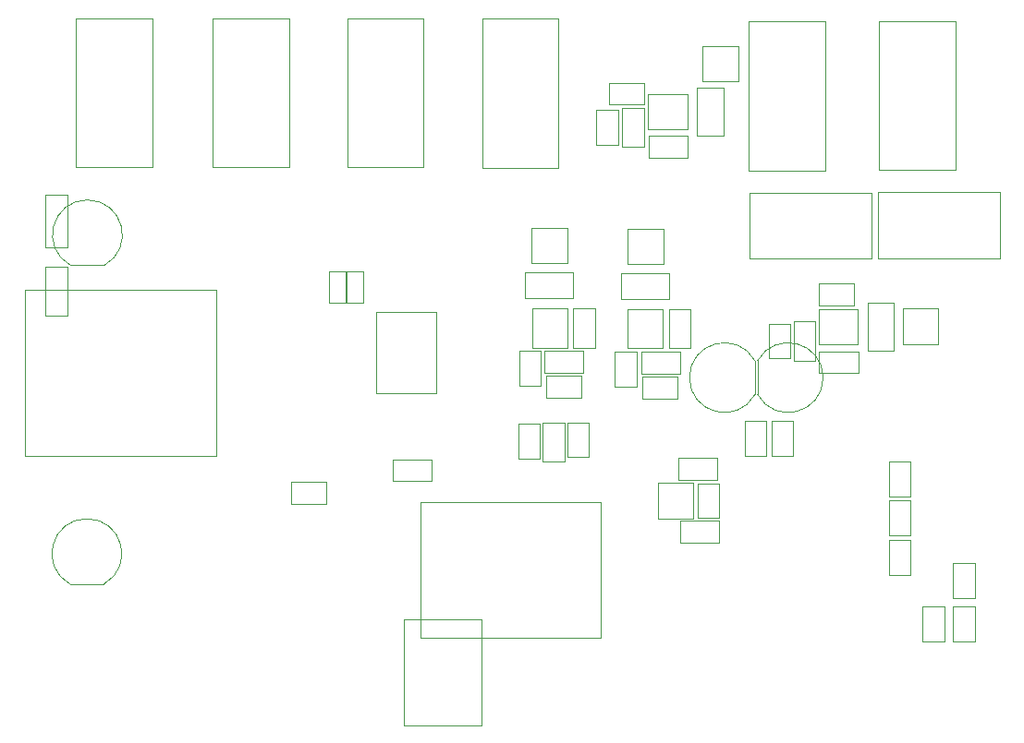
<source format=gbr>
G04 #@! TF.FileFunction,Other,User*
%FSLAX46Y46*%
G04 Gerber Fmt 4.6, Leading zero omitted, Abs format (unit mm)*
G04 Created by KiCad (PCBNEW 4.0.1-stable) date 08.07.2016 9:17:41*
%MOMM*%
G01*
G04 APERTURE LIST*
%ADD10C,0.100000*%
%ADD11C,0.050000*%
G04 APERTURE END LIST*
D10*
D11*
X136340000Y-113819180D02*
X136340000Y-104119180D01*
X136340000Y-104119180D02*
X129240000Y-104119180D01*
X129240000Y-104119180D02*
X129240000Y-113819180D01*
X129240000Y-113819180D02*
X136340000Y-113819180D01*
X167840000Y-62940000D02*
X167840000Y-49260000D01*
X167840000Y-62940000D02*
X160840000Y-62940000D01*
X160840000Y-49260000D02*
X160840000Y-62940000D01*
X160840000Y-49260000D02*
X167840000Y-49260000D01*
X174140000Y-79500000D02*
X174140000Y-75100000D01*
X171740000Y-79500000D02*
X171740000Y-75100000D01*
X174140000Y-79500000D02*
X171740000Y-79500000D01*
X174140000Y-75100000D02*
X171740000Y-75100000D01*
X150580000Y-82760000D02*
X150580000Y-79560000D01*
X148580000Y-82760000D02*
X148580000Y-79560000D01*
X150580000Y-82760000D02*
X148580000Y-82760000D01*
X150580000Y-79560000D02*
X148580000Y-79560000D01*
X148060000Y-56920000D02*
X151260000Y-56920000D01*
X148060000Y-54920000D02*
X151260000Y-54920000D01*
X148060000Y-56920000D02*
X148060000Y-54920000D01*
X151260000Y-56920000D02*
X151260000Y-54920000D01*
X158510000Y-59780000D02*
X158510000Y-55380000D01*
X156110000Y-59780000D02*
X156110000Y-55380000D01*
X158510000Y-59780000D02*
X156110000Y-59780000D01*
X158510000Y-55380000D02*
X156110000Y-55380000D01*
X164940000Y-76800000D02*
X164940000Y-80400000D01*
X166940000Y-76800000D02*
X166940000Y-80400000D01*
X164940000Y-76800000D02*
X166940000Y-76800000D01*
X164940000Y-80400000D02*
X166940000Y-80400000D01*
X167290000Y-81550000D02*
X170890000Y-81550000D01*
X167290000Y-79550000D02*
X170890000Y-79550000D01*
X167290000Y-81550000D02*
X167290000Y-79550000D01*
X170890000Y-81550000D02*
X170890000Y-79550000D01*
X167240000Y-78900000D02*
X170840000Y-78900000D01*
X170840000Y-78900000D02*
X170840000Y-75700000D01*
X170840000Y-75700000D02*
X167240000Y-75700000D01*
X167240000Y-75700000D02*
X167240000Y-78900000D01*
X170440000Y-73300000D02*
X167240000Y-73300000D01*
X170440000Y-75300000D02*
X167240000Y-75300000D01*
X170440000Y-73300000D02*
X170440000Y-75300000D01*
X167240000Y-73300000D02*
X167240000Y-75300000D01*
X162640000Y-77000000D02*
X162640000Y-80200000D01*
X164640000Y-77000000D02*
X164640000Y-80200000D01*
X162640000Y-77000000D02*
X164640000Y-77000000D01*
X162640000Y-80200000D02*
X164640000Y-80200000D01*
X151110000Y-83870000D02*
X154310000Y-83870000D01*
X151110000Y-81870000D02*
X154310000Y-81870000D01*
X151110000Y-83870000D02*
X151110000Y-81870000D01*
X154310000Y-83870000D02*
X154310000Y-81870000D01*
X149260000Y-57180000D02*
X149260000Y-60780000D01*
X151260000Y-57180000D02*
X151260000Y-60780000D01*
X149260000Y-57180000D02*
X151260000Y-57180000D01*
X149260000Y-60780000D02*
X151260000Y-60780000D01*
X151610000Y-59180000D02*
X155210000Y-59180000D01*
X155210000Y-59180000D02*
X155210000Y-55980000D01*
X155210000Y-55980000D02*
X151610000Y-55980000D01*
X151610000Y-55980000D02*
X151610000Y-59180000D01*
X150960000Y-81570000D02*
X154560000Y-81570000D01*
X150960000Y-79570000D02*
X154560000Y-79570000D01*
X150960000Y-81570000D02*
X150960000Y-79570000D01*
X154560000Y-81570000D02*
X154560000Y-79570000D01*
X152960000Y-79270000D02*
X152960000Y-75670000D01*
X152960000Y-75670000D02*
X149760000Y-75670000D01*
X149760000Y-75670000D02*
X149760000Y-79270000D01*
X149760000Y-79270000D02*
X152960000Y-79270000D01*
X146860000Y-57380000D02*
X146860000Y-60580000D01*
X148860000Y-57380000D02*
X148860000Y-60580000D01*
X146860000Y-57380000D02*
X148860000Y-57380000D01*
X146860000Y-60580000D02*
X148860000Y-60580000D01*
X142300000Y-83800000D02*
X145500000Y-83800000D01*
X142300000Y-81800000D02*
X145500000Y-81800000D01*
X142300000Y-83800000D02*
X142300000Y-81800000D01*
X145500000Y-83800000D02*
X145500000Y-81800000D01*
X146750000Y-79200000D02*
X146750000Y-75600000D01*
X144750000Y-79200000D02*
X144750000Y-75600000D01*
X146750000Y-79200000D02*
X144750000Y-79200000D01*
X146750000Y-75600000D02*
X144750000Y-75600000D01*
X141800000Y-82700000D02*
X141800000Y-79500000D01*
X139800000Y-82700000D02*
X139800000Y-79500000D01*
X141800000Y-82700000D02*
X139800000Y-82700000D01*
X141800000Y-79500000D02*
X139800000Y-79500000D01*
X144750000Y-72300000D02*
X140350000Y-72300000D01*
X144750000Y-74700000D02*
X140350000Y-74700000D01*
X144750000Y-72300000D02*
X144750000Y-74700000D01*
X140350000Y-72300000D02*
X140350000Y-74700000D01*
X144200000Y-79200000D02*
X144200000Y-75600000D01*
X144200000Y-75600000D02*
X141000000Y-75600000D01*
X141000000Y-75600000D02*
X141000000Y-79200000D01*
X141000000Y-79200000D02*
X144200000Y-79200000D01*
X142100000Y-81500000D02*
X145700000Y-81500000D01*
X142100000Y-79500000D02*
X145700000Y-79500000D01*
X142100000Y-81500000D02*
X142100000Y-79500000D01*
X145700000Y-81500000D02*
X145700000Y-79500000D01*
X151660000Y-61780000D02*
X155260000Y-61780000D01*
X151660000Y-59780000D02*
X155260000Y-59780000D01*
X151660000Y-61780000D02*
X151660000Y-59780000D01*
X155260000Y-61780000D02*
X155260000Y-59780000D01*
X153560000Y-72370000D02*
X149160000Y-72370000D01*
X153560000Y-74770000D02*
X149160000Y-74770000D01*
X153560000Y-72370000D02*
X153560000Y-74770000D01*
X149160000Y-72370000D02*
X149160000Y-74770000D01*
X164900000Y-89100000D02*
X164900000Y-85900000D01*
X162900000Y-89100000D02*
X162900000Y-85900000D01*
X164900000Y-89100000D02*
X162900000Y-89100000D01*
X164900000Y-85900000D02*
X162900000Y-85900000D01*
X106200000Y-62660000D02*
X106200000Y-48980000D01*
X106200000Y-62660000D02*
X99200000Y-62660000D01*
X99200000Y-48980000D02*
X99200000Y-62660000D01*
X99200000Y-48980000D02*
X106200000Y-48980000D01*
X143400000Y-62710000D02*
X143400000Y-49030000D01*
X143400000Y-62710000D02*
X136400000Y-62710000D01*
X136400000Y-49030000D02*
X136400000Y-62710000D01*
X136400000Y-49030000D02*
X143400000Y-49030000D01*
X94498980Y-89150000D02*
X112048980Y-89150000D01*
X112048980Y-89150000D02*
X112048980Y-73900000D01*
X112048980Y-73900000D02*
X94498980Y-73900000D01*
X94498980Y-73900000D02*
X94498980Y-89150000D01*
X161400000Y-80400000D02*
X161400000Y-83500000D01*
X161398249Y-80396840D02*
G75*
G03X161400000Y-83500000I-2798249J-1553160D01*
G01*
X161650000Y-83500000D02*
X161650000Y-80400000D01*
X161651751Y-83503160D02*
G75*
G03X161650000Y-80400000I2798249J1553160D01*
G01*
X147249060Y-105850000D02*
X147249060Y-93350000D01*
X147249060Y-93350000D02*
X130799060Y-93350000D01*
X130799060Y-93350000D02*
X130799060Y-105850000D01*
X130799060Y-105850000D02*
X147249060Y-105850000D01*
X101750000Y-100890000D02*
X98650000Y-100890000D01*
X101753160Y-100888249D02*
G75*
G03X98650000Y-100890000I-1553160J2798249D01*
G01*
X131050000Y-62660000D02*
X131050000Y-48980000D01*
X131050000Y-62660000D02*
X124050000Y-62660000D01*
X124050000Y-48980000D02*
X124050000Y-62660000D01*
X124050000Y-48980000D02*
X131050000Y-48980000D01*
X118700000Y-62660000D02*
X118700000Y-48980000D01*
X118700000Y-62660000D02*
X111700000Y-62660000D01*
X111700000Y-48980000D02*
X111700000Y-62660000D01*
X111700000Y-48980000D02*
X118700000Y-48980000D01*
X101800000Y-71650000D02*
X98700000Y-71650000D01*
X101803160Y-71648249D02*
G75*
G03X98700000Y-71650000I-1553160J2798249D01*
G01*
X155510000Y-79270000D02*
X155510000Y-75670000D01*
X153510000Y-79270000D02*
X153510000Y-75670000D01*
X155510000Y-79270000D02*
X153510000Y-79270000D01*
X155510000Y-75670000D02*
X153510000Y-75670000D01*
X143950000Y-89650000D02*
X143950000Y-86050000D01*
X141950000Y-89650000D02*
X141950000Y-86050000D01*
X143950000Y-89650000D02*
X141950000Y-89650000D01*
X143950000Y-86050000D02*
X141950000Y-86050000D01*
X146200000Y-89250000D02*
X146200000Y-86050000D01*
X144200000Y-89250000D02*
X144200000Y-86050000D01*
X146200000Y-89250000D02*
X144200000Y-89250000D01*
X146200000Y-86050000D02*
X144200000Y-86050000D01*
X179770000Y-62900000D02*
X179770000Y-49220000D01*
X179770000Y-62900000D02*
X172770000Y-62900000D01*
X172770000Y-49220000D02*
X172770000Y-62900000D01*
X172770000Y-49220000D02*
X179770000Y-49220000D01*
X98450000Y-76285000D02*
X98450000Y-71785000D01*
X98450000Y-71785000D02*
X96350000Y-71785000D01*
X96350000Y-71785000D02*
X96350000Y-76285000D01*
X98450000Y-76285000D02*
X96350000Y-76285000D01*
X141700000Y-89400000D02*
X141700000Y-86200000D01*
X139700000Y-89400000D02*
X139700000Y-86200000D01*
X141700000Y-89400000D02*
X139700000Y-89400000D01*
X141700000Y-86200000D02*
X139700000Y-86200000D01*
X158150000Y-95100000D02*
X154550000Y-95100000D01*
X158150000Y-97100000D02*
X154550000Y-97100000D01*
X158150000Y-95100000D02*
X158150000Y-97100000D01*
X154550000Y-95100000D02*
X154550000Y-97100000D01*
X157950000Y-89300000D02*
X154350000Y-89300000D01*
X157950000Y-91300000D02*
X154350000Y-91300000D01*
X157950000Y-89300000D02*
X157950000Y-91300000D01*
X154350000Y-89300000D02*
X154350000Y-91300000D01*
X98400000Y-70000000D02*
X98400000Y-65200000D01*
X96400000Y-70000000D02*
X96400000Y-65200000D01*
X98400000Y-70000000D02*
X96400000Y-70000000D01*
X98400000Y-65200000D02*
X96400000Y-65200000D01*
X156150000Y-91650000D02*
X156150000Y-94850000D01*
X158150000Y-91650000D02*
X158150000Y-94850000D01*
X156150000Y-91650000D02*
X158150000Y-91650000D01*
X156150000Y-94850000D02*
X158150000Y-94850000D01*
X126665000Y-75900000D02*
X132165000Y-75900000D01*
X126665000Y-83400000D02*
X132165000Y-83400000D01*
X126665000Y-75900000D02*
X126665000Y-83400000D01*
X132165000Y-75900000D02*
X132165000Y-83400000D01*
X152499240Y-91600000D02*
X152499240Y-94900000D01*
X152499240Y-94900000D02*
X155699240Y-94900000D01*
X155699240Y-94900000D02*
X155699240Y-91600000D01*
X155699240Y-91600000D02*
X152499240Y-91600000D01*
X124000000Y-72200000D02*
X124000000Y-75100000D01*
X125500000Y-72200000D02*
X125500000Y-75100000D01*
X124000000Y-72200000D02*
X125500000Y-72200000D01*
X124000000Y-75100000D02*
X125500000Y-75100000D01*
X122400000Y-72200000D02*
X122400000Y-75100000D01*
X123900000Y-72200000D02*
X123900000Y-75100000D01*
X122400000Y-72200000D02*
X123900000Y-72200000D01*
X122400000Y-75100000D02*
X123900000Y-75100000D01*
X128200000Y-91450000D02*
X131800000Y-91450000D01*
X128200000Y-89450000D02*
X131800000Y-89450000D01*
X128200000Y-91450000D02*
X128200000Y-89450000D01*
X131800000Y-91450000D02*
X131800000Y-89450000D01*
X162450000Y-89150000D02*
X162450000Y-85950000D01*
X160450000Y-89150000D02*
X160450000Y-85950000D01*
X162450000Y-89150000D02*
X160450000Y-89150000D01*
X162450000Y-85950000D02*
X160450000Y-85950000D01*
X118950000Y-93500000D02*
X122150000Y-93500000D01*
X118950000Y-91500000D02*
X122150000Y-91500000D01*
X118950000Y-93500000D02*
X118950000Y-91500000D01*
X122150000Y-93500000D02*
X122150000Y-91500000D01*
X153060000Y-68319240D02*
X149760000Y-68319240D01*
X149760000Y-68319240D02*
X149760000Y-71519240D01*
X149760000Y-71519240D02*
X153060000Y-71519240D01*
X153060000Y-71519240D02*
X153060000Y-68319240D01*
X144250000Y-68250000D02*
X140950000Y-68250000D01*
X140950000Y-68250000D02*
X140950000Y-71450000D01*
X140950000Y-71450000D02*
X144250000Y-71450000D01*
X144250000Y-71450000D02*
X144250000Y-68250000D01*
X159920000Y-51549240D02*
X156620000Y-51549240D01*
X156620000Y-51549240D02*
X156620000Y-54749240D01*
X156620000Y-54749240D02*
X159920000Y-54749240D01*
X159920000Y-54749240D02*
X159920000Y-51549240D01*
X178190000Y-78900000D02*
X178190000Y-75600000D01*
X178190000Y-75600000D02*
X174990000Y-75600000D01*
X174990000Y-75600000D02*
X174990000Y-78900000D01*
X174990000Y-78900000D02*
X178190000Y-78900000D01*
X172680000Y-70980000D02*
X172680000Y-64930000D01*
X183830000Y-70980000D02*
X183830000Y-64930000D01*
X172680000Y-70980000D02*
X183830000Y-70980000D01*
X172680000Y-64930000D02*
X183830000Y-64930000D01*
X160890000Y-71020000D02*
X160890000Y-64970000D01*
X172040000Y-71020000D02*
X172040000Y-64970000D01*
X160890000Y-71020000D02*
X172040000Y-71020000D01*
X160890000Y-64970000D02*
X172040000Y-64970000D01*
X181540000Y-106130000D02*
X181540000Y-102930000D01*
X179540000Y-106130000D02*
X179540000Y-102930000D01*
X181540000Y-106130000D02*
X179540000Y-106130000D01*
X181540000Y-102930000D02*
X179540000Y-102930000D01*
X179530000Y-98970000D02*
X179530000Y-102170000D01*
X181530000Y-98970000D02*
X181530000Y-102170000D01*
X179530000Y-98970000D02*
X181530000Y-98970000D01*
X179530000Y-102170000D02*
X181530000Y-102170000D01*
X176730000Y-102930000D02*
X176730000Y-106130000D01*
X178730000Y-102930000D02*
X178730000Y-106130000D01*
X176730000Y-102930000D02*
X178730000Y-102930000D01*
X176730000Y-106130000D02*
X178730000Y-106130000D01*
X175660000Y-92830000D02*
X175660000Y-89630000D01*
X173660000Y-92830000D02*
X173660000Y-89630000D01*
X175660000Y-92830000D02*
X173660000Y-92830000D01*
X175660000Y-89630000D02*
X173660000Y-89630000D01*
X175660000Y-100050000D02*
X175660000Y-96850000D01*
X173660000Y-100050000D02*
X173660000Y-96850000D01*
X175660000Y-100050000D02*
X173660000Y-100050000D01*
X175660000Y-96850000D02*
X173660000Y-96850000D01*
X173660000Y-93220000D02*
X173660000Y-96420000D01*
X175660000Y-93220000D02*
X175660000Y-96420000D01*
X173660000Y-93220000D02*
X175660000Y-93220000D01*
X173660000Y-96420000D02*
X175660000Y-96420000D01*
M02*

</source>
